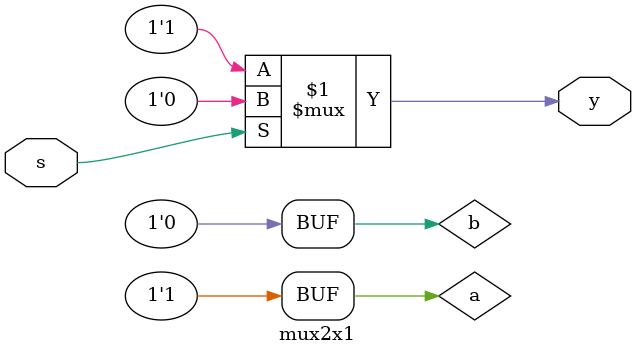
<source format=sv>
module mux2x1(s,y);
  	reg a,b;
	assign a = 1;
    assign b = 0;
    input wire s;
    output wire y;
	assign y = s?b:a;
endmodule
</source>
